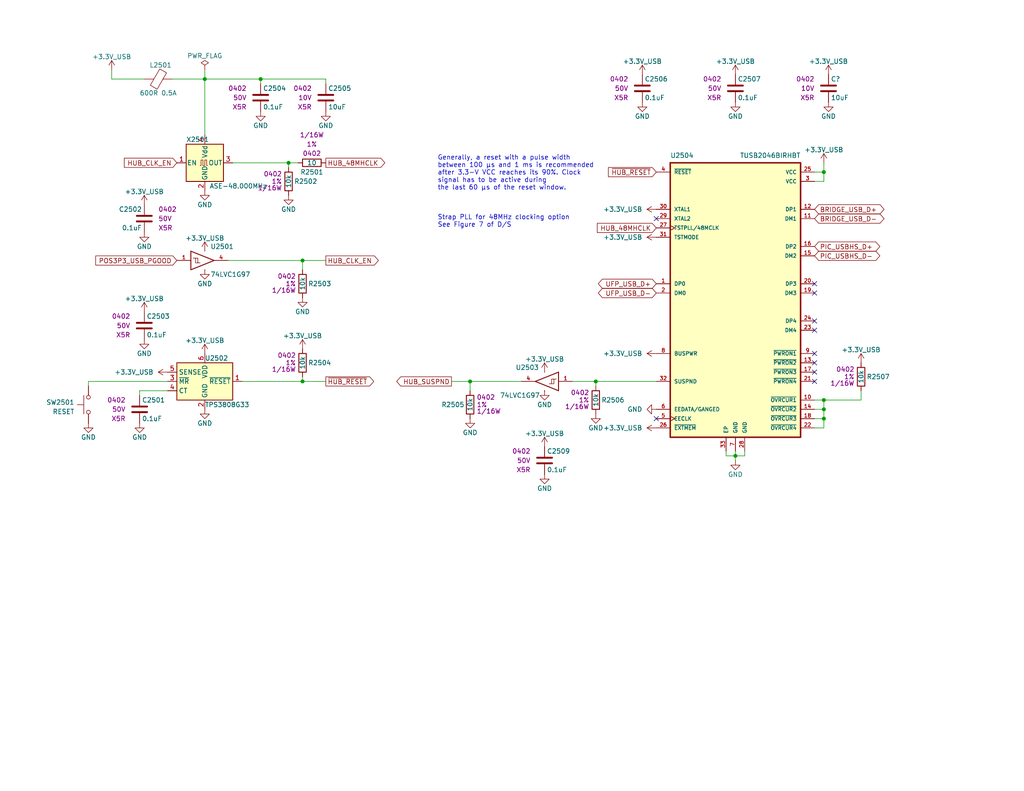
<source format=kicad_sch>
(kicad_sch (version 20231120) (generator "eeschema") (generator_version "8.0")
  (paper "A")
  (title_block (title "Thermal Camera") (date "2024-05-24") (rev "PRELIM") (company "Drew Maatman and Michael Laffin"))
  (lib_symbols
    (symbol "Custom Library:+3.3V_USB" (power) (pin_names (offset 0))
      (property "Value" "+3.3V_USB" (at 0 3.556 0))
      (symbol "+3.3V_USB_0_1"
        (polyline (pts (xy -0.762 1.27) (xy 0 2.54)))
        (polyline (pts (xy 0 0) (xy 0 2.54)))
        (polyline (pts (xy 0 2.54) (xy 0.762 1.27)))
      )
      (symbol "+3.3V_USB_1_1"
        (pin power_in line (at 0 0 90) (length 0) hide (name "+3.3V_USB") (number "1"))
      )
    )
    (symbol "Custom Library:TUSB2046BIRHBT" (pin_names (offset 1.016))
      (property "Reference" "U" (at -17.78 36.83 0))
      (property "Value" "TUSB2046BIRHBT" (at 17.78 36.83 0))
      (symbol "TUSB2046BIRHBT_0_0"
        (rectangle (start -17.78 35.56) (end 17.78 -39.37) (stroke (width 0.4064)) (fill (type background)))
        (pin bidirectional line (at -21.59 2.54 0) (length 3.81) (name "DP0") (number "1"))
        (pin input line (at 21.59 -29.21 180) (length 3.81) (name "~{OVRCUR1}") (number "10"))
        (pin bidirectional line (at 21.59 20.32 180) (length 3.81) (name "DM1") (number "11"))
        (pin bidirectional line (at 21.59 22.86 180) (length 3.81) (name "DP1") (number "12"))
        (pin output line (at 21.59 -19.05 180) (length 3.81) (name "~{PWRON2}") (number "13"))
        (pin input line (at 21.59 -31.75 180) (length 3.81) (name "~{OVRCUR2}") (number "14"))
        (pin bidirectional line (at 21.59 10.16 180) (length 3.81) (name "DM2") (number "15"))
        (pin bidirectional line (at 21.59 12.7 180) (length 3.81) (name "DP2") (number "16"))
        (pin output line (at 21.59 -21.59 180) (length 3.81) (name "~{PWRON3}") (number "17"))
        (pin input line (at 21.59 -34.29 180) (length 3.81) (name "~{OVRCUR3}") (number "18"))
        (pin bidirectional line (at 21.59 0 180) (length 3.81) (name "DM3") (number "19"))
        (pin bidirectional line (at -21.59 0 0) (length 3.81) (name "DM0") (number "2"))
        (pin bidirectional line (at 21.59 2.54 180) (length 3.81) (name "DP3") (number "20"))
        (pin output line (at 21.59 -24.13 180) (length 3.81) (name "~{PWRON4}") (number "21"))
        (pin input line (at 21.59 -36.83 180) (length 3.81) (name "~{OVRCUR4}") (number "22"))
        (pin bidirectional line (at 21.59 -10.16 180) (length 3.81) (name "DM4") (number "23"))
        (pin bidirectional line (at 21.59 -7.62 180) (length 3.81) (name "DP4") (number "24"))
        (pin power_in line (at 21.59 33.02 180) (length 3.81) (name "VCC") (number "25"))
        (pin bidirectional clock (at -21.59 17.78 0) (length 3.81) (name "TSTPLL/48MCLK") (number "27"))
        (pin power_in line (at 2.54 -43.18 90) (length 3.81) (name "GND") (number "28"))
        (pin output line (at -21.59 20.32 0) (length 3.81) (name "XTAL2") (number "29"))
        (pin input line (at -21.59 22.86 0) (length 3.81) (name "XTAL1") (number "30"))
        (pin input line (at -21.59 15.24 0) (length 3.81) (name "TSTMODE") (number "31"))
        (pin output line (at -21.59 -24.13 0) (length 3.81) (name "SUSPND") (number "32"))
        (pin bidirectional line (at -2.54 -43.18 90) (length 3.81) (name "EP") (number "33"))
        (pin input line (at -21.59 33.02 0) (length 3.81) (name "~{RESET}") (number "4"))
        (pin output clock (at -21.59 -34.29 0) (length 3.81) (name "EECLK") (number "5"))
        (pin bidirectional line (at -21.59 -31.75 0) (length 3.81) (name "EEDATA/GANGED") (number "6"))
        (pin input line (at -21.59 -16.51 0) (length 3.81) (name "BUSPWR") (number "8"))
        (pin output line (at 21.59 -16.51 180) (length 3.81) (name "~{PWRON1}") (number "9"))
      )
      (symbol "TUSB2046BIRHBT_1_0"
        (pin input line (at -21.59 -36.83 0) (length 3.81) (name "~{EXTMEM}") (number "26"))
        (pin power_in line (at 21.59 30.48 180) (length 3.81) (name "VCC") (number "3"))
        (pin power_in line (at 0 -43.18 90) (length 3.81) (name "GND") (number "7"))
      )
    )
    (symbol "Custom_Library:74LVC1G97_Power_BUF" (pin_names (offset 1.016) hide)
      (property "Reference" "U" (at 1.524 3.81 0))
      (property "Value" "74LVC1G97_Power_BUF" (at 1.524 -3.81 0))
      (symbol "74LVC1G97_Power_BUF_1_1"
        (polyline (pts (xy -2.54 0.635) (xy -1.905 0.635) (xy -1.905 -0.635)))
        (polyline (pts (xy -3.81 2.54) (xy -3.81 -2.54) (xy 2.54 0) (xy -3.81 2.54)) (stroke (width 0.254)))
        (polyline (pts (xy -3.175 0.635) (xy -2.54 0.635) (xy -2.54 -0.635) (xy -1.27 -0.635)))
        (pin input line (at -7.62 0 0) (length 3.81) (name "~") (number "1"))
        (pin power_in line (at 0 -2.54 270) (length 0) (name "GND") (number "2"))
        (pin power_in line (at 0 -2.54 270) (length 0) (name "GND") (number "3"))
        (pin output line (at 6.35 0 180) (length 3.81) (name "~") (number "4"))
        (pin power_in line (at 0 2.54 90) (length 0) (name "VCC") (number "5"))
        (pin power_in line (at 0 -2.54 270) (length 0) (name "GND") (number "6"))
      )
    )
    (symbol "Custom_Library:C_Custom" (pin_numbers hide) (pin_names (offset 0.254))
      (property "Reference" "C" (at 0.635 2.54 0))
      (property "Value" "C_Custom" (at 0.635 -2.54 0))
      (property "display_footprint" "Foot" (at -3.81 2.54 0))
      (property "Voltage" "V" (at -3.81 0 0))
      (property "Dielectric" "Er" (at -3.81 -2.54 0))
      (symbol "C_Custom_0_1"
        (polyline (pts (xy -2.032 -0.762) (xy 2.032 -0.762)) (stroke (width 0.508)))
        (polyline (pts (xy -2.032 0.762) (xy 2.032 0.762)) (stroke (width 0.508)))
      )
      (symbol "C_Custom_1_1"
        (pin passive line (at 0 3.81 270) (length 2.794) (name "~") (number "1"))
        (pin passive line (at 0 -3.81 90) (length 2.794) (name "~") (number "2"))
      )
    )
    (symbol "Custom_Library:R_Custom" (pin_numbers hide) (pin_names (offset 1.016) hide)
      (property "Reference" "R" (at -2.54 0 90))
      (property "Value" "R_Custom" (at 0 0 90))
      (property "display_footprint" "Foot" (at 2.54 0 90))
      (property "Tolerance" "Tol" (at 5.08 0 90))
      (property "Wattage" "W" (at 7.62 0 90))
      (symbol "R_Custom_0_1"
        (rectangle (start 1.016 2.54) (end -1.016 -2.54) (stroke (width 0.254)))
      )
      (symbol "R_Custom_1_1"
        (pin passive line (at 0 3.81 270) (length 1.27) (name "1") (number "1"))
        (pin passive line (at 0 -3.81 90) (length 1.27) (name "2") (number "2"))
      )
    )
    (symbol "Device:Ferrite_Bead" (pin_numbers hide) (pin_names (offset 0))
      (property "Reference" "FB" (at -3.81 0.635 90))
      (property "Value" "Device_Ferrite_Bead" (at 3.81 0 90))
      (symbol "Ferrite_Bead_0_1"
        (polyline (pts (xy 0 -1.27) (xy 0 -1.2192)))
        (polyline (pts (xy 0 1.27) (xy 0 1.2954)))
        (polyline (pts (xy -2.7686 0.4064) (xy -1.7018 2.2606) (xy 2.7686 -0.3048) (xy 1.6764 -2.159) (xy -2.7686 0.4064)))
      )
      (symbol "Ferrite_Bead_1_1"
        (pin passive line (at 0 3.81 270) (length 2.54) (name "~") (number "1"))
        (pin passive line (at 0 -3.81 90) (length 2.54) (name "~") (number "2"))
      )
    )
    (symbol "Oscillator:ASE-xxxMHz" (pin_names (offset 0.254))
      (property "Reference" "X" (at -5.08 6.35 0))
      (property "Value" "ASE-xxxMHz" (at 1.27 -6.35 0))
      (symbol "ASE-xxxMHz_0_1"
        (rectangle (start -5.08 5.08) (end 5.08 -5.08) (stroke (width 0.254)) (fill (type background)))
        (polyline (pts (xy -1.27 -0.762) (xy -1.016 -0.762) (xy -1.016 0.762) (xy -0.508 0.762) (xy -0.508 -0.762) (xy 0 -0.762) (xy 0 0.762) (xy 0.508 0.762) (xy 0.508 -0.762) (xy 0.762 -0.762)))
      )
      (symbol "ASE-xxxMHz_1_1"
        (pin input line (at -7.62 0 0) (length 2.54) (name "EN") (number "1"))
        (pin power_in line (at 0 -7.62 90) (length 2.54) (name "GND") (number "2"))
        (pin output line (at 7.62 0 180) (length 2.54) (name "OUT") (number "3"))
        (pin power_in line (at 0 7.62 270) (length 2.54) (name "Vdd") (number "4"))
      )
    )
    (symbol "Power_Supervisor:TPS3808DBV"
      (property "Reference" "U" (at 0 8.89 0))
      (property "Value" "TPS3808DBV" (at 0 6.35 0))
      (symbol "TPS3808DBV_0_1"
        (rectangle (start -7.62 5.08) (end 7.62 -5.08) (stroke (width 0.254)) (fill (type background)))
      )
      (symbol "TPS3808DBV_1_1"
        (pin output line (at 10.16 0 180) (length 2.54) (name "~{RESET}") (number "1"))
        (pin power_in line (at 0 -7.62 90) (length 2.54) (name "GND") (number "2"))
        (pin input line (at -10.16 0 0) (length 2.54) (name "~{MR}") (number "3"))
        (pin input line (at -10.16 -2.54 0) (length 2.54) (name "CT") (number "4"))
        (pin input line (at -10.16 2.54 0) (length 2.54) (name "SENSE") (number "5"))
        (pin power_in line (at 0 7.62 270) (length 2.54) (name "VDD") (number "6"))
      )
    )
    (symbol "Switch:SW_Push" (pin_numbers hide) (pin_names (offset 1.016) hide)
      (property "Reference" "SW" (at 1.27 2.54 0))
      (property "Value" "SW_Push" (at 0 -1.524 0))
      (symbol "SW_Push_0_1"
        (circle (center -2.032 0) (radius 0.508))
        (polyline (pts (xy 0 1.27) (xy 0 3.048)))
        (polyline (pts (xy 2.54 1.27) (xy -2.54 1.27)))
        (circle (center 2.032 0) (radius 0.508))
        (pin passive line (at -5.08 0 0) (length 2.54) (name "1") (number "1"))
        (pin passive line (at 5.08 0 180) (length 2.54) (name "2") (number "2"))
      )
    )
    (symbol "power:GND" (power) (pin_names (offset 0))
      (property "Value" "GND" (at 0 -3.81 0))
      (symbol "GND_0_1"
        (polyline (pts (xy 0 0) (xy 0 -1.27) (xy 1.27 -1.27) (xy 0 -2.54) (xy -1.27 -1.27) (xy 0 -1.27)))
      )
      (symbol "GND_1_1"
        (pin power_in line (at 0 0 270) (length 0) hide (name "GND") (number "1"))
      )
    )
    (symbol "power:PWR_FLAG" (power) (pin_numbers hide) (pin_names (offset 0) hide)
      (property "Value" "PWR_FLAG" (at 0 3.81 0))
      (symbol "PWR_FLAG_0_0"
        (pin power_out line (at 0 0 90) (length 0) (name "pwr") (number "1"))
      )
      (symbol "PWR_FLAG_0_1"
        (polyline (pts (xy 0 0) (xy 0 1.27) (xy -1.016 1.905) (xy 0 2.54) (xy 1.016 1.905) (xy 0 1.27)))
      )
    )
  )
  (junction (at 224.79 109.22))
  (junction (at 224.79 114.3))
  (junction (at 224.79 46.99))
  (junction (at 78.74 44.45))
  (junction (at 224.79 111.76))
  (junction (at 71.12 21.59))
  (junction (at 200.66 124.46))
  (junction (at 82.55 104.14))
  (junction (at 128.27 104.14))
  (junction (at 82.55 71.12))
  (junction (at 55.88 21.59))
  (junction (at 162.56 104.14))
  (no_connect (at 179.07 59.69))
  (no_connect (at 222.25 101.6))
  (no_connect (at 222.25 90.17))
  (no_connect (at 222.25 99.06))
  (no_connect (at 222.25 87.63))
  (no_connect (at 222.25 80.01))
  (no_connect (at 179.07 114.3))
  (no_connect (at 222.25 77.47))
  (no_connect (at 222.25 96.52))
  (no_connect (at 222.25 104.14))
  (wire (pts (xy 46.99 21.59) (xy 55.88 21.59)))
  (wire (pts (xy 234.95 106.68) (xy 234.95 109.22)))
  (wire (pts (xy 224.79 114.3) (xy 222.25 114.3)))
  (wire (pts (xy 38.1 106.68) (xy 38.1 107.95)))
  (wire (pts (xy 224.79 109.22) (xy 222.25 109.22)))
  (wire (pts (xy 224.79 116.84) (xy 222.25 116.84)))
  (wire (pts (xy 24.13 104.14) (xy 24.13 105.41)))
  (wire (pts (xy 156.21 104.14) (xy 162.56 104.14)))
  (wire (pts (xy 45.72 106.68) (xy 38.1 106.68)))
  (wire (pts (xy 88.9 21.59) (xy 88.9 22.86)))
  (wire (pts (xy 200.66 124.46) (xy 200.66 125.73)))
  (wire (pts (xy 55.88 21.59) (xy 55.88 36.83)))
  (wire (pts (xy 224.79 46.99) (xy 224.79 49.53)))
  (wire (pts (xy 224.79 44.45) (xy 224.79 46.99)))
  (wire (pts (xy 162.56 104.14) (xy 162.56 105.41)))
  (wire (pts (xy 222.25 46.99) (xy 224.79 46.99)))
  (wire (pts (xy 82.55 73.66) (xy 82.55 71.12)))
  (wire (pts (xy 128.27 106.68) (xy 128.27 104.14)))
  (wire (pts (xy 78.74 44.45) (xy 63.5 44.45)))
  (wire (pts (xy 200.66 124.46) (xy 203.2 124.46)))
  (wire (pts (xy 88.9 71.12) (xy 82.55 71.12)))
  (wire (pts (xy 82.55 104.14) (xy 82.55 102.87)))
  (wire (pts (xy 55.88 19.05) (xy 55.88 21.59)))
  (wire (pts (xy 198.12 124.46) (xy 200.66 124.46)))
  (wire (pts (xy 224.79 114.3) (xy 224.79 116.84)))
  (wire (pts (xy 128.27 104.14) (xy 142.24 104.14)))
  (wire (pts (xy 200.66 123.19) (xy 200.66 124.46)))
  (wire (pts (xy 71.12 21.59) (xy 88.9 21.59)))
  (wire (pts (xy 45.72 104.14) (xy 24.13 104.14)))
  (wire (pts (xy 30.48 21.59) (xy 39.37 21.59)))
  (wire (pts (xy 71.12 21.59) (xy 55.88 21.59)))
  (wire (pts (xy 66.04 104.14) (xy 82.55 104.14)))
  (wire (pts (xy 81.28 44.45) (xy 78.74 44.45)))
  (wire (pts (xy 30.48 19.05) (xy 30.48 21.59)))
  (wire (pts (xy 62.23 71.12) (xy 82.55 71.12)))
  (wire (pts (xy 82.55 104.14) (xy 88.9 104.14)))
  (wire (pts (xy 198.12 123.19) (xy 198.12 124.46)))
  (wire (pts (xy 224.79 109.22) (xy 224.79 111.76)))
  (wire (pts (xy 123.19 104.14) (xy 128.27 104.14)))
  (wire (pts (xy 71.12 22.86) (xy 71.12 21.59)))
  (wire (pts (xy 222.25 49.53) (xy 224.79 49.53)))
  (wire (pts (xy 179.07 104.14) (xy 162.56 104.14)))
  (wire (pts (xy 224.79 111.76) (xy 222.25 111.76)))
  (wire (pts (xy 234.95 109.22) (xy 224.79 109.22)))
  (wire (pts (xy 78.74 44.45) (xy 78.74 45.72)))
  (wire (pts (xy 203.2 123.19) (xy 203.2 124.46)))
  (wire (pts (xy 224.79 111.76) (xy 224.79 114.3)))
  (text "Generally, a reset with a pulse width\nbetween 100 μs and 1 ms is recommended\nafter 3.3-V VCC reaches its 90%. Clock\nsignal has to be active during\nthe last 60 μs of the reset window.\n" (at 119.38 52.07 0) (effects (font (size 1.27 1.27)) (justify left bottom)))
  (text "Strap PLL for 48MHz clocking option\nSee Figure 7 of D/S" (at 119.38 62.23 0) (effects (font (size 1.27 1.27)) (justify left bottom)))
  (global_label "HUB_SUSPND" (shape output) (at 123.19 104.14 180) (property "Intersheetrefs" "${INTERSHEET_REFS}" (effects (hide yes))))
  (global_label "POS3P3_USB_PGOOD" (shape input) (at 48.26 71.12 180) (property "Intersheetrefs" "${INTERSHEET_REFS}" (effects (hide yes))))
  (global_label "HUB_48MHCLK" (shape input) (at 179.07 62.23 180) (property "Intersheetrefs" "${INTERSHEET_REFS}" (effects (hide yes))))
  (global_label "~{HUB_RESET}" (shape input) (at 179.07 46.99 180) (property "Intersheetrefs" "${INTERSHEET_REFS}" (effects (hide yes))))
  (global_label "UFP_USB_D+" (shape bidirectional) (at 179.07 77.47 180) (property "Intersheetrefs" "${INTERSHEET_REFS}" (effects (hide yes))))
  (global_label "HUB_CLK_EN" (shape input) (at 48.26 44.45 180) (property "Intersheetrefs" "${INTERSHEET_REFS}" (effects (hide yes))))
  (global_label "HUB_CLK_EN" (shape output) (at 88.9 71.12 0) (property "Intersheetrefs" "${INTERSHEET_REFS}" (effects (hide yes))))
  (global_label "BRIDGE_USB_D+" (shape bidirectional) (at 222.25 57.15 0) (property "Intersheetrefs" "${INTERSHEET_REFS}" (effects (hide yes))))
  (global_label "BRIDGE_USB_D-" (shape bidirectional) (at 222.25 59.69 0) (property "Intersheetrefs" "${INTERSHEET_REFS}" (effects (hide yes))))
  (global_label "UFP_USB_D-" (shape bidirectional) (at 179.07 80.01 180) (property "Intersheetrefs" "${INTERSHEET_REFS}" (effects (hide yes))))
  (global_label "~{HUB_RESET}" (shape output) (at 88.9 104.14 0) (property "Intersheetrefs" "${INTERSHEET_REFS}" (effects (hide yes))))
  (global_label "HUB_48MHCLK" (shape output) (at 88.9 44.45 0) (property "Intersheetrefs" "${INTERSHEET_REFS}" (effects (hide yes))))
  (global_label "PIC_USBHS_D-" (shape bidirectional) (at 222.25 69.85 0) (property "Intersheetrefs" "${INTERSHEET_REFS}" (effects (hide yes))))
  (global_label "PIC_USBHS_D+" (shape bidirectional) (at 222.25 67.31 0) (property "Intersheetrefs" "${INTERSHEET_REFS}" (effects (hide yes))))
  (symbol (lib_id "Custom Library:+3.3V_USB") (at 45.72 101.6 90) (unit 1)
    (property "Reference" "#PWR02508" (effects (hide yes)))
    (property "Value" "+3.3V_USB" (at 41.91 101.6 90) (effects (justify left)))
  )
  (symbol (lib_id "Custom Library:+3.3V_USB") (at 175.26 20.32 0) (unit 1)
    (property "Reference" "#PWR02523" (effects (hide yes)))
    (property "Value" "+3.3V_USB" (at 175.26 16.764 0))
  )
  (symbol (lib_id "power:PWR_FLAG") (at 55.88 19.05 0) (unit 1)
    (property "Reference" "#FLG02501" (effects (hide yes)))
    (property "Value" "PWR_FLAG" (at 55.88 15.24 0))
    (instances (project "Thermal_Camera" (path "" (reference "#FLG02501") (unit 1))) (project "LED_Panel_Controller" (path "" (reference "#FLG?") (unit 1))) (project "USB_Hub" (path "" (reference "#FLG?") (unit 1))))
  )
  (symbol (lib_id "Custom_Library:C_Custom") (at 38.1 111.76 0) (unit 1)
    (property "Reference" "C2501" (at 38.735 109.22 0) (effects (justify left)))
    (property "Value" "0.1uF" (at 38.735 114.3 0) (effects (justify left)))
    (property "Footprint" "Capacitors_SMD:C_0402" (effects (hide yes)))
    (property "display_footprint" "0402" (at 34.29 109.22 0) (effects (justify right)))
    (property "Voltage" "50V" (at 34.29 111.76 0) (effects (justify right)))
    (property "Dielectric" "X5R" (at 34.29 114.3 0) (effects (justify right)))
    (property "Digi-Key PN" "490-10697-1-ND" (effects (hide yes)))
    (instances (project "Thermal_Camera" (path "" (reference "C2501") (unit 1))) (project "USB_Hub" (path "" (reference "C?") (unit 1)) (path "" (reference "C?") (unit 1)) (path "" (reference "C?") (unit 1))))
  )
  (symbol (lib_id "power:GND") (at 148.59 106.68 0) (mirror y) (unit 1)
    (property "Reference" "#PWR02521" (effects (hide yes)))
    (property "Value" "GND" (at 148.59 110.49 0))
    (instances (project "Thermal_Camera" (path "" (reference "#PWR02521") (unit 1))) (project "LED_Panel_Controller" (path "" (reference "#PWR?") (unit 1)) (path "" (reference "#PWR?") (unit 1))) (project "USB_Hub" (path "" (reference "#PWR?") (unit 1))))
  )
  (symbol (lib_id "power:GND") (at 128.27 114.3 0) (mirror y) (unit 1)
    (property "Reference" "#PWR02519" (effects (hide yes)))
    (property "Value" "GND" (at 128.27 118.11 0))
    (instances (project "Thermal_Camera" (path "" (reference "#PWR02519") (unit 1))) (project "LED_Panel_Controller" (path "" (reference "#PWR?") (unit 1)) (path "" (reference "#PWR?") (unit 1))) (project "USB_Hub" (path "" (reference "#PWR?") (unit 1))))
  )
  (symbol (lib_id "Custom_Library:C_Custom") (at 39.37 88.9 0) (unit 1)
    (property "Reference" "C2503" (at 40.005 86.36 0) (effects (justify left)))
    (property "Value" "0.1uF" (at 40.005 91.44 0) (effects (justify left)))
    (property "Footprint" "Capacitors_SMD:C_0402" (effects (hide yes)))
    (property "display_footprint" "0402" (at 35.56 86.36 0) (effects (justify right)))
    (property "Voltage" "50V" (at 35.56 88.9 0) (effects (justify right)))
    (property "Dielectric" "X5R" (at 35.56 91.44 0) (effects (justify right)))
    (property "Digi-Key PN" "490-10697-1-ND" (effects (hide yes)))
    (instances (project "Thermal_Camera" (path "" (reference "C2503") (unit 1))) (project "USB_Hub" (path "" (reference "C?") (unit 1)) (path "" (reference "C?") (unit 1)) (path "" (reference "C?") (unit 1))))
  )
  (symbol (lib_id "Custom Library:+3.3V_USB") (at 148.59 101.6 0) (mirror y) (unit 1)
    (property "Reference" "#PWR02520" (effects (hide yes)))
    (property "Value" "+3.3V_USB" (at 148.59 98.044 0))
  )
  (symbol (lib_id "power:GND") (at 55.88 73.66 0) (unit 1)
    (property "Reference" "#PWR02511" (effects (hide yes)))
    (property "Value" "GND" (at 55.88 77.47 0))
    (instances (project "Thermal_Camera" (path "" (reference "#PWR02511") (unit 1))) (project "LED_Panel_Controller" (path "" (reference "#PWR?") (unit 1)) (path "" (reference "#PWR?") (unit 1))) (project "USB_Hub" (path "" (reference "#PWR?") (unit 1))))
  )
  (symbol (lib_id "power:GND") (at 175.26 27.94 0) (unit 1)
    (property "Reference" "#PWR02524" (effects (hide yes)))
    (property "Value" "GND" (at 175.26 31.75 0))
    (instances (project "Thermal_Camera" (path "" (reference "#PWR02524") (unit 1))) (project "USB_Hub" (path "" (reference "#PWR?") (unit 1)) (path "" (reference "#PWR?") (unit 1)) (path "" (reference "#PWR?") (unit 1))))
  )
  (symbol (lib_id "Custom Library:+3.3V_USB") (at 148.59 121.92 0) (unit 1)
    (property "Reference" "#PWR02537" (effects (hide yes)))
    (property "Value" "+3.3V_USB" (at 148.59 118.364 0))
  )
  (symbol (lib_id "Custom_Library:C_Custom") (at 175.26 24.13 0) (unit 1)
    (property "Reference" "C2506" (at 175.895 21.59 0) (effects (justify left)))
    (property "Value" "0.1uF" (at 175.895 26.67 0) (effects (justify left)))
    (property "Footprint" "Capacitors_SMD:C_0402" (effects (hide yes)))
    (property "display_footprint" "0402" (at 171.45 21.59 0) (effects (justify right)))
    (property "Voltage" "50V" (at 171.45 24.13 0) (effects (justify right)))
    (property "Dielectric" "X5R" (at 171.45 26.67 0) (effects (justify right)))
    (property "Digi-Key PN" "490-10697-1-ND" (effects (hide yes)))
    (instances (project "Thermal_Camera" (path "" (reference "C2506") (unit 1))) (project "USB_Hub" (path "" (reference "C?") (unit 1)) (path "" (reference "C?") (unit 1)) (path "" (reference "C?") (unit 1))))
  )
  (symbol (lib_id "Switch:SW_Push") (at 24.13 110.49 90) (unit 1)
    (property "Reference" "SW2501" (at 20.32 109.855 90) (effects (justify left)))
    (property "Value" "RESET" (at 20.32 112.395 90) (effects (justify left)))
    (property "Footprint" "Button_Switch_THT:SW_PUSH_6mm" (effects (hide yes)))
    (instances (project "Thermal_Camera" (path "" (reference "SW2501") (unit 1))) (project "USB_Hub" (path "" (reference "SW?") (unit 1))))
  )
  (symbol (lib_id "Custom Library:+3.3V_USB") (at 39.37 55.88 0) (unit 1)
    (property "Reference" "#PWR02504" (effects (hide yes)))
    (property "Value" "+3.3V_USB" (at 39.37 52.324 0))
  )
  (symbol (lib_id "Custom_Library:R_Custom") (at 82.55 99.06 0) (mirror y) (unit 1)
    (property "Reference" "R2504" (at 84.074 99.06 0) (effects (justify right)))
    (property "Value" "10k" (at 82.55 99.06 90))
    (property "Footprint" "Resistors_SMD:R_0402" (effects (hide yes)))
    (property "display_footprint" "0402" (at 80.772 97.028 0) (effects (justify left)))
    (property "Tolerance" "1%" (at 80.772 99.06 0) (effects (justify left)))
    (property "Wattage" "1/16W" (at 80.772 100.838 0) (effects (justify left)))
    (property "Digi-Key PN" "RMCF0402FT10K0CT-ND" (effects (hide yes)))
    (instances (project "Thermal_Camera" (path "" (reference "R2504") (unit 1))) (project "LED_Panel_Controller" (path "" (reference "R?") (unit 1)) (path "" (reference "R?") (unit 1)) (path "" (reference "R?") (unit 1)) (path "" (reference "R?") (unit 1)) (path "" (reference "R?") (unit 1)) (path "" (reference "R?") (unit 1)) (path "" (reference "R?") (unit 1)) (path "" (reference "R?") (unit 1)) (path "" (reference "R?") (unit 1)) (path "" (reference "R?") (unit 1)) (path "" (reference "R?") (unit 1))) (project "USB_Hub" (path "" (reference "R?") (unit 1))))
  )
  (symbol (lib_id "Custom Library:+3.3V_USB") (at 200.66 20.32 0) (unit 1)
    (property "Reference" "#PWR02530" (effects (hide yes)))
    (property "Value" "+3.3V_USB" (at 200.66 16.764 0))
  )
  (symbol (lib_id "power:GND") (at 179.07 111.76 270) (unit 1)
    (property "Reference" "#PWR02528" (effects (hide yes)))
    (property "Value" "GND" (at 175.26 111.76 90) (effects (justify right)))
    (instances (project "Thermal_Camera" (path "" (reference "#PWR02528") (unit 1))) (project "USB_Hub" (path "" (reference "#PWR?") (unit 1))))
  )
  (symbol (lib_id "Custom Library:+3.3V_USB") (at 224.79 44.45 0) (unit 1)
    (property "Reference" "#PWR02533" (effects (hide yes)))
    (property "Value" "+3.3V_USB" (at 224.79 40.894 0))
  )
  (symbol (lib_id "Custom Library:+3.3V_USB") (at 179.07 64.77 90) (unit 1)
    (property "Reference" "#PWR02526" (effects (hide yes)))
    (property "Value" "+3.3V_USB" (at 175.26 64.77 90) (effects (justify left)))
  )
  (symbol (lib_id "Custom_Library:C_Custom") (at 148.59 125.73 0) (unit 1)
    (property "Reference" "C2509" (at 149.225 123.19 0) (effects (justify left)))
    (property "Value" "0.1uF" (at 149.225 128.27 0) (effects (justify left)))
    (property "Footprint" "Capacitors_SMD:C_0402" (effects (hide yes)))
    (property "display_footprint" "0402" (at 144.78 123.19 0) (effects (justify right)))
    (property "Voltage" "50V" (at 144.78 125.73 0) (effects (justify right)))
    (property "Dielectric" "X5R" (at 144.78 128.27 0) (effects (justify right)))
    (property "Digi-Key PN" "490-10697-1-ND" (effects (hide yes)))
  )
  (symbol (lib_id "Custom_Library:R_Custom") (at 162.56 109.22 0) (mirror y) (unit 1)
    (property "Reference" "R2506" (at 164.084 109.22 0) (effects (justify right)))
    (property "Value" "10k" (at 162.56 109.22 90))
    (property "Footprint" "Resistors_SMD:R_0402" (effects (hide yes)))
    (property "display_footprint" "0402" (at 160.782 107.188 0) (effects (justify left)))
    (property "Tolerance" "1%" (at 160.782 109.22 0) (effects (justify left)))
    (property "Wattage" "1/16W" (at 160.782 110.998 0) (effects (justify left)))
    (property "Digi-Key PN" "RMCF0402FT10K0CT-ND" (effects (hide yes)))
    (instances (project "Thermal_Camera" (path "" (reference "R2506") (unit 1))) (project "LED_Panel_Controller" (path "" (reference "R?") (unit 1)) (path "" (reference "R?") (unit 1)) (path "" (reference "R?") (unit 1)) (path "" (reference "R?") (unit 1)) (path "" (reference "R?") (unit 1)) (path "" (reference "R?") (unit 1)) (path "" (reference "R?") (unit 1)) (path "" (reference "R?") (unit 1)) (path "" (reference "R?") (unit 1)) (path "" (reference "R?") (unit 1)) (path "" (reference "R?") (unit 1))) (project "USB_Hub" (path "" (reference "R?") (unit 1))))
  )
  (symbol (lib_id "power:GND") (at 39.37 63.5 0) (unit 1)
    (property "Reference" "#PWR02505" (effects (hide yes)))
    (property "Value" "GND" (at 39.37 67.31 0))
    (instances (project "Thermal_Camera" (path "" (reference "#PWR02505") (unit 1))) (project "LED_Panel_Controller" (path "" (reference "#PWR?") (unit 1)) (path "" (reference "#PWR?") (unit 1))) (project "USB_Hub" (path "" (reference "#PWR?") (unit 1))))
  )
  (symbol (lib_id "Custom Library:+3.3V_USB") (at 234.95 99.06 0) (unit 1)
    (property "Reference" "#PWR02536" (effects (hide yes)))
    (property "Value" "+3.3V_USB" (at 234.95 95.504 0))
  )
  (symbol (lib_id "power:GND") (at 148.59 129.54 0) (unit 1)
    (property "Reference" "#PWR02538" (effects (hide yes)))
    (property "Value" "GND" (at 148.59 133.35 0))
  )
  (symbol (lib_id "power:GND") (at 55.88 111.76 0) (unit 1)
    (property "Reference" "#PWR02513" (effects (hide yes)))
    (property "Value" "GND" (at 55.88 115.57 0))
    (instances (project "Thermal_Camera" (path "" (reference "#PWR02513") (unit 1))) (project "LED_Panel_Controller" (path "" (reference "#PWR?") (unit 1)) (path "" (reference "#PWR?") (unit 1))) (project "USB_Hub" (path "" (reference "#PWR?") (unit 1))))
  )
  (symbol (lib_id "Custom_Library:C_Custom") (at 200.66 24.13 0) (unit 1)
    (property "Reference" "C2507" (at 201.295 21.59 0) (effects (justify left)))
    (property "Value" "0.1uF" (at 201.295 26.67 0) (effects (justify left)))
    (property "Footprint" "Capacitors_SMD:C_0402" (effects (hide yes)))
    (property "display_footprint" "0402" (at 196.85 21.59 0) (effects (justify right)))
    (property "Voltage" "50V" (at 196.85 24.13 0) (effects (justify right)))
    (property "Dielectric" "X5R" (at 196.85 26.67 0) (effects (justify right)))
    (property "Digi-Key PN" "490-10697-1-ND" (effects (hide yes)))
    (instances (project "Thermal_Camera" (path "" (reference "C2507") (unit 1))) (project "USB_Hub" (path "" (reference "C?") (unit 1)) (path "" (reference "C?") (unit 1)) (path "" (reference "C?") (unit 1))))
  )
  (symbol (lib_id "Device:Ferrite_Bead") (at 43.18 21.59 270) (unit 1)
    (property "Reference" "L2501" (at 43.815 17.78 90))
    (property "Value" "600R 0.5A" (at 43.18 25.4 90))
    (property "Footprint" "Inductors_SMD:L_0402" (effects (hide yes)))
    (instances (project "Thermal_Camera" (path "" (reference "L2501") (unit 1))) (project "LED_Panel_Controller" (path "" (reference "L?") (unit 1)) (path "" (reference "L?") (unit 1)) (path "" (reference "L?") (unit 1)) (path "" (reference "L?") (unit 1)) (path "" (reference "L?") (unit 1))) (project "USB_Hub" (path "" (reference "L?") (unit 1))))
  )
  (symbol (lib_id "power:GND") (at 200.66 27.94 0) (unit 1)
    (property "Reference" "#PWR02531" (effects (hide yes)))
    (property "Value" "GND" (at 200.66 31.75 0))
    (instances (project "Thermal_Camera" (path "" (reference "#PWR02531") (unit 1))) (project "USB_Hub" (path "" (reference "#PWR?") (unit 1)) (path "" (reference "#PWR?") (unit 1)) (path "" (reference "#PWR?") (unit 1))))
  )
  (symbol (lib_id "Custom Library:TUSB2046BIRHBT") (at 200.66 80.01 0) (unit 1)
    (property "Reference" "U2504" (at 182.88 43.18 0) (effects (justify left bottom)))
    (property "Value" "TUSB2046BIRHBT" (at 218.44 43.18 0) (effects (justify right bottom)))
    (property "Footprint" "Package_DFN_QFN:VQFN-32-1EP_5x5mm_P0.5mm_EP3.5x3.5mm" (effects (hide yes)))
    (property "Datasheet" "https://www.ti.com/lit/ds/symlink/tusb2046b.pdf?HQS=dis-dk-null-digikeymode-dsf-pf-null-wwe&ts=1691607490658&ref_url=https%253A%252F%252Fwww.ti.com%252Fgeneral%252Fdocs%252Fsuppproductinfo.tsp%253FdistId%253D10%2526gotoUrl%253Dhttps%253A%252F%252Fwww.ti.com%252Flit%252Fgpn%252Ftusb2046b" (effects (hide yes)))
    (property "Digi-Key PN" "296-27130-1-ND" (effects (hide yes)))
    (instances (project "Thermal_Camera" (path "" (reference "U2504") (unit 1))) (project "USB_Hub" (path "" (reference "U?") (unit 1))))
  )
  (symbol (lib_id "Custom_Library:R_Custom") (at 128.27 110.49 0) (unit 1)
    (property "Reference" "R2505" (at 126.746 110.49 0) (effects (justify right)))
    (property "Value" "10k" (at 128.27 110.49 90))
    (property "Footprint" "Resistors_SMD:R_0402" (effects (hide yes)))
    (property "display_footprint" "0402" (at 130.048 108.458 0) (effects (justify left)))
    (property "Tolerance" "1%" (at 130.048 110.49 0) (effects (justify left)))
    (property "Wattage" "1/16W" (at 130.048 112.268 0) (effects (justify left)))
    (property "Digi-Key PN" "RMCF0402FT10K0CT-ND" (effects (hide yes)))
    (instances (project "Thermal_Camera" (path "" (reference "R2505") (unit 1))) (project "LED_Panel_Controller" (path "" (reference "R?") (unit 1)) (path "" (reference "R?") (unit 1)) (path "" (reference "R?") (unit 1)) (path "" (reference "R?") (unit 1)) (path "" (reference "R?") (unit 1)) (path "" (reference "R?") (unit 1)) (path "" (reference "R?") (unit 1)) (path "" (reference "R?") (unit 1)) (path "" (reference "R?") (unit 1)) (path "" (reference "R?") (unit 1)) (path "" (reference "R?") (unit 1))) (project "USB_Hub" (path "" (reference "R?") (unit 1))))
  )
  (symbol (lib_id "Custom Library:+3.3V_USB") (at 226.06 20.32 0) (unit 1)
    (property "Reference" "#PWR02534" (effects (hide yes)))
    (property "Value" "+3.3V_USB" (at 226.06 16.764 0))
  )
  (symbol (lib_id "Custom_Library:R_Custom") (at 85.09 44.45 90) (unit 1)
    (property "Reference" "R2501" (at 85.09 46.99 90))
    (property "Value" "10" (at 85.09 44.45 90))
    (property "Footprint" "Resistors_SMD:R_0402" (effects (hide yes)))
    (property "display_footprint" "0402" (at 85.09 41.91 90))
    (property "Tolerance" "1%" (at 85.09 39.37 90))
    (property "Wattage" "1/16W" (at 85.09 36.83 90))
    (property "Digi-Key PN" "RMCF0402FT10R0CT-ND" (effects (hide yes)))
    (instances (project "Thermal_Camera" (path "" (reference "R2501") (unit 1))) (project "LED_Panel_Controller" (path "" (reference "R?") (unit 1)) (path "" (reference "R?") (unit 1))) (project "USB_Hub" (path "" (reference "R?") (unit 1))))
  )
  (symbol (lib_id "power:GND") (at 88.9 30.48 0) (unit 1)
    (property "Reference" "#PWR02518" (effects (hide yes)))
    (property "Value" "GND" (at 88.9 34.29 0))
    (instances (project "Thermal_Camera" (path "" (reference "#PWR02518") (unit 1))) (project "LED_Panel_Controller" (path "" (reference "#PWR?") (unit 1))) (project "USB_Hub" (path "" (reference "#PWR?") (unit 1))))
  )
  (symbol (lib_id "power:GND") (at 38.1 115.57 0) (unit 1)
    (property "Reference" "#PWR02503" (effects (hide yes)))
    (property "Value" "GND" (at 38.1 119.38 0))
    (instances (project "Thermal_Camera" (path "" (reference "#PWR02503") (unit 1))) (project "LED_Panel_Controller" (path "" (reference "#PWR?") (unit 1)) (path "" (reference "#PWR?") (unit 1))) (project "USB_Hub" (path "" (reference "#PWR?") (unit 1))))
  )
  (symbol (lib_id "Custom_Library:C_Custom") (at 226.06 24.13 0) (unit 1)
    (property "Reference" "C?" (at 226.695 21.59 0) (effects (justify left)))
    (property "Value" "10uF" (at 226.695 26.67 0) (effects (justify left)))
    (property "Footprint" "Capacitors_SMD:C_0402" (effects (hide yes)))
    (property "display_footprint" "0402" (at 222.25 21.59 0) (effects (justify right)))
    (property "Voltage" "10V" (at 222.25 24.13 0) (effects (justify right)))
    (property "Dielectric" "X5R" (at 222.25 26.67 0) (effects (justify right)))
    (property "Digi-Key PN" "490-GRM155R61A106ME11DCT-ND" (effects (hide yes)))
    (instances (project "Analog_Clock" (path "" (reference "C?") (unit 1)) (path "" (reference "C?") (unit 1)) (path "" (reference "C?") (unit 1)) (path "" (reference "C?") (unit 1)) (path "" (reference "C?") (unit 1)) (path "" (reference "C?") (unit 1)) (path "" (reference "C?") (unit 1)) (path "" (reference "C?") (unit 1)) (path "" (reference "C?") (unit 1)) (path "" (reference "C?") (unit 1)) (path "" (reference "C?") (unit 1))) (project "Nixie_Clock_Core" (path "" (reference "C?") (unit 1))) (project "Thermal_Camera" (path "" (reference "C2508") (unit 1))) (project "USB_Hub" (path "" (reference "C?") (unit 1))))
  )
  (symbol (lib_id "power:GND") (at 226.06 27.94 0) (unit 1)
    (property "Reference" "#PWR02535" (effects (hide yes)))
    (property "Value" "GND" (at 226.06 31.75 0))
    (instances (project "Thermal_Camera" (path "" (reference "#PWR02535") (unit 1))) (project "USB_Hub" (path "" (reference "#PWR?") (unit 1)) (path "" (reference "#PWR?") (unit 1)) (path "" (reference "#PWR?") (unit 1))))
  )
  (symbol (lib_id "power:GND") (at 200.66 125.73 0) (unit 1)
    (property "Reference" "#PWR02532" (effects (hide yes)))
    (property "Value" "GND" (at 200.66 129.54 0))
    (instances (project "Thermal_Camera" (path "" (reference "#PWR02532") (unit 1))) (project "USB_Hub" (path "" (reference "#PWR?") (unit 1))))
  )
  (symbol (lib_id "Custom Library:+3.3V_USB") (at 55.88 68.58 0) (unit 1)
    (property "Reference" "#PWR02510" (effects (hide yes)))
    (property "Value" "+3.3V_USB" (at 55.88 65.024 0))
  )
  (symbol (lib_id "Custom Library:+3.3V_USB") (at 179.07 116.84 90) (unit 1)
    (property "Reference" "#PWR02529" (effects (hide yes)))
    (property "Value" "+3.3V_USB" (at 175.26 116.84 90) (effects (justify left)))
  )
  (symbol (lib_id "Custom_Library:R_Custom") (at 78.74 49.53 0) (mirror y) (unit 1)
    (property "Reference" "R2502" (at 80.264 49.53 0) (effects (justify right)))
    (property "Value" "10k" (at 78.74 49.53 90))
    (property "Footprint" "Resistors_SMD:R_0402" (effects (hide yes)))
    (property "display_footprint" "0402" (at 76.962 47.498 0) (effects (justify left)))
    (property "Tolerance" "1%" (at 76.962 49.53 0) (effects (justify left)))
    (property "Wattage" "1/16W" (at 76.962 51.308 0) (effects (justify left)))
    (property "Digi-Key PN" "RMCF0402FT10K0CT-ND" (effects (hide yes)))
    (instances (project "Thermal_Camera" (path "" (reference "R2502") (unit 1))) (project "LED_Panel_Controller" (path "" (reference "R?") (unit 1)) (path "" (reference "R?") (unit 1)) (path "" (reference "R?") (unit 1)) (path "" (reference "R?") (unit 1)) (path "" (reference "R?") (unit 1)) (path "" (reference "R?") (unit 1)) (path "" (reference "R?") (unit 1)) (path "" (reference "R?") (unit 1)) (path "" (reference "R?") (unit 1)) (path "" (reference "R?") (unit 1)) (path "" (reference "R?") (unit 1))) (project "USB_Hub" (path "" (reference "R?") (unit 1))))
  )
  (symbol (lib_id "Custom_Library:C_Custom") (at 39.37 59.69 0) (mirror y) (unit 1)
    (property "Reference" "C2502" (at 38.735 57.15 0) (effects (justify left)))
    (property "Value" "0.1uF" (at 38.735 62.23 0) (effects (justify left)))
    (property "Footprint" "Capacitors_SMD:C_0402" (effects (hide yes)))
    (property "Digi-Key PN" "490-10697-1-ND" (effects (hide yes)))
    (property "display_footprint" "0402" (at 43.18 57.15 0) (effects (justify right)))
    (property "Voltage" "50V" (at 43.18 59.69 0) (effects (justify right)))
    (property "Dielectric" "X5R" (at 43.18 62.23 0) (effects (justify right)))
    (instances (project "Thermal_Camera" (path "" (reference "C2502") (unit 1))) (project "LED_Panel_Controller" (path "" (reference "C?") (unit 1)) (path "" (reference "C?") (unit 1)) (path "" (reference "C?") (unit 1)) (path "" (reference "C?") (unit 1)) (path "" (reference "C?") (unit 1)) (path "" (reference "C?") (unit 1)) (path "" (reference "C?") (unit 1)) (path "" (reference "C?") (unit 1)) (path "" (reference "C?") (unit 1))) (project "USB_Hub" (path "" (reference "C?") (unit 1))))
  )
  (symbol (lib_id "power:GND") (at 82.55 81.28 0) (unit 1)
    (property "Reference" "#PWR02516" (effects (hide yes)))
    (property "Value" "GND" (at 82.55 85.09 0))
    (instances (project "Thermal_Camera" (path "" (reference "#PWR02516") (unit 1))) (project "LED_Panel_Controller" (path "" (reference "#PWR?") (unit 1)) (path "" (reference "#PWR?") (unit 1))) (project "USB_Hub" (path "" (reference "#PWR?") (unit 1))))
  )
  (symbol (lib_id "power:GND") (at 71.12 30.48 0) (unit 1)
    (property "Reference" "#PWR02514" (effects (hide yes)))
    (property "Value" "GND" (at 71.12 34.29 0))
    (instances (project "Thermal_Camera" (path "" (reference "#PWR02514") (unit 1))) (project "LED_Panel_Controller" (path "" (reference "#PWR?") (unit 1))) (project "USB_Hub" (path "" (reference "#PWR?") (unit 1))))
  )
  (symbol (lib_id "Custom Library:+3.3V_USB") (at 30.48 19.05 0) (unit 1)
    (property "Reference" "#PWR02502" (effects (hide yes)))
    (property "Value" "+3.3V_USB" (at 30.48 15.494 0))
  )
  (symbol (lib_id "Custom Library:+3.3V_USB") (at 55.88 96.52 0) (unit 1)
    (property "Reference" "#PWR02512" (effects (hide yes)))
    (property "Value" "+3.3V_USB" (at 55.88 92.964 0))
  )
  (symbol (lib_id "Custom Library:+3.3V_USB") (at 82.55 95.25 0) (unit 1)
    (property "Reference" "#PWR02517" (effects (hide yes)))
    (property "Value" "+3.3V_USB" (at 82.55 91.694 0))
  )
  (symbol (lib_id "Oscillator:ASE-xxxMHz") (at 55.88 44.45 0) (unit 1)
    (property "Reference" "X2501" (at 50.8 38.1 0) (effects (justify left)))
    (property "Value" "ASE-48.000MHz" (at 57.15 50.8 0) (effects (justify left)))
    (property "Footprint" "Oscillator:Oscillator_SMD_Abracon_ASE-4Pin_3.2x2.5mm" (effects (hide yes)))
    (property "Datasheet" "http://www.abracon.com/Oscillators/ASV.pdf" (effects (hide yes)))
    (property "Digi-Key PN" "535-ASE-48.000MHZ-L-C-TCT-ND" (effects (hide yes)))
    (instances (project "Thermal_Camera" (path "" (reference "X2501") (unit 1))) (project "LED_Panel_Controller" (path "" (reference "X?") (unit 1))) (project "USB_Hub" (path "" (reference "X?") (unit 1))))
  )
  (symbol (lib_id "Custom Library:+3.3V_USB") (at 179.07 96.52 90) (unit 1)
    (property "Reference" "#PWR02527" (effects (hide yes)))
    (property "Value" "+3.3V_USB" (at 175.26 96.52 90) (effects (justify left)))
  )
  (symbol (lib_id "power:GND") (at 78.74 53.34 0) (unit 1)
    (property "Reference" "#PWR02515" (effects (hide yes)))
    (property "Value" "GND" (at 78.74 57.15 0))
    (instances (project "Thermal_Camera" (path "" (reference "#PWR02515") (unit 1))) (project "LED_Panel_Controller" (path "" (reference "#PWR?") (unit 1)) (path "" (reference "#PWR?") (unit 1)) (path "" (reference "#PWR?") (unit 1)) (path "" (reference "#PWR?") (unit 1)) (path "" (reference "#PWR?") (unit 1))) (project "USB_Hub" (path "" (reference "#PWR?") (unit 1))))
  )
  (symbol (lib_id "Power_Supervisor:TPS3808DBV") (at 55.88 104.14 0) (unit 1)
    (property "Reference" "U2502" (at 55.88 97.79 0) (effects (justify left)))
    (property "Value" "TPS3808G33" (at 55.88 110.49 0) (effects (justify left)))
    (property "Footprint" "Package_TO_SOT_SMD:SOT-23-6" (effects (hide yes)))
    (property "Datasheet" "http://www.ti.com/lit/ds/symlink/tps3808.pdf" (effects (hide yes)))
    (property "Digi-Key PN" "296-17195-1-ND" (effects (hide yes)))
    (instances (project "Thermal_Camera" (path "" (reference "U2502") (unit 1))) (project "USB_Hub" (path "" (reference "U?") (unit 1))))
  )
  (symbol (lib_id "Custom_Library:C_Custom") (at 88.9 26.67 0) (unit 1)
    (property "Reference" "C2505" (at 89.535 24.13 0) (effects (justify left)))
    (property "Value" "10uF" (at 89.535 29.21 0) (effects (justify left)))
    (property "Footprint" "Capacitors_SMD:C_0402" (effects (hide yes)))
    (property "display_footprint" "0402" (at 85.09 24.13 0) (effects (justify right)))
    (property "Voltage" "10V" (at 85.09 26.67 0) (effects (justify right)))
    (property "Dielectric" "X5R" (at 85.09 29.21 0) (effects (justify right)))
    (property "Digi-Key PN" "490-GRM155R61A106ME11DCT-ND" (effects (hide yes)))
    (instances (project "Thermal_Camera" (path "" (reference "C2505") (unit 1))) (project "LED_Panel_Controller" (path "" (reference "C?") (unit 1)) (path "" (reference "C?") (unit 1)) (path "" (reference "C?") (unit 1)) (path "" (reference "C?") (unit 1)) (path "" (reference "C?") (unit 1)) (path "" (reference "C?") (unit 1)) (path "" (reference "C?") (unit 1)) (path "" (reference "C?") (unit 1)) (path "" (reference "C?") (unit 1))) (project "USB_Hub" (path "" (reference "C?") (unit 1))))
  )
  (symbol (lib_id "power:GND") (at 24.13 115.57 0) (unit 1)
    (property "Reference" "#PWR02501" (effects (hide yes)))
    (property "Value" "GND" (at 24.13 119.38 0))
    (instances (project "Thermal_Camera" (path "" (reference "#PWR02501") (unit 1))) (project "LED_Panel_Controller" (path "" (reference "#PWR?") (unit 1)) (path "" (reference "#PWR?") (unit 1))) (project "USB_Hub" (path "" (reference "#PWR?") (unit 1))))
  )
  (symbol (lib_id "Custom_Library:74LVC1G97_Power_BUF") (at 148.59 104.14 0) (mirror y) (unit 1)
    (property "Reference" "U2503" (at 147.066 100.33 0) (effects (justify left)))
    (property "Value" "74LVC1G97" (at 147.32 107.95 0) (effects (justify left)))
    (property "Footprint" "Package_TO_SOT_SMD:SOT-363_SC-70-6" (effects (hide yes)))
    (property "Datasheet" "http://www.ti.com/lit/ds/symlink/sn74lvc1g97.pdf" (effects (hide yes)))
    (property "Digi-Key PN" "296-15582-1-ND" (effects (hide yes)))
    (instances (project "Thermal_Camera" (path "" (reference "U2503") (unit 1))) (project "LED_Panel_Controller" (path "" (reference "U?") (unit 1))) (project "USB_Hub" (path "" (reference "U?") (unit 1))))
  )
  (symbol (lib_id "power:GND") (at 55.88 52.07 0) (unit 1)
    (property "Reference" "#PWR02509" (effects (hide yes)))
    (property "Value" "GND" (at 55.88 55.88 0))
    (instances (project "Thermal_Camera" (path "" (reference "#PWR02509") (unit 1))) (project "LED_Panel_Controller" (path "" (reference "#PWR?") (unit 1))) (project "USB_Hub" (path "" (reference "#PWR?") (unit 1))))
  )
  (symbol (lib_id "power:GND") (at 39.37 92.71 0) (unit 1)
    (property "Reference" "#PWR02507" (effects (hide yes)))
    (property "Value" "GND" (at 39.37 96.52 0))
    (instances (project "Thermal_Camera" (path "" (reference "#PWR02507") (unit 1))) (project "USB_Hub" (path "" (reference "#PWR?") (unit 1)) (path "" (reference "#PWR?") (unit 1)) (path "" (reference "#PWR?") (unit 1))))
  )
  (symbol (lib_id "Custom_Library:74LVC1G97_Power_BUF") (at 55.88 71.12 0) (unit 1)
    (property "Reference" "U2501" (at 57.404 67.31 0) (effects (justify left)))
    (property "Value" "74LVC1G97" (at 57.404 74.93 0) (effects (justify left)))
    (property "Footprint" "Package_TO_SOT_SMD:SOT-363_SC-70-6" (effects (hide yes)))
    (property "Datasheet" "http://www.ti.com/lit/ds/symlink/sn74lvc1g97.pdf" (effects (hide yes)))
    (property "Digi-Key PN" "296-15582-1-ND" (effects (hide yes)))
    (instances (project "Thermal_Camera" (path "" (reference "U2501") (unit 1))) (project "LED_Panel_Controller" (path "" (reference "U?") (unit 1))) (project "USB_Hub" (path "" (reference "U?") (unit 1))))
  )
  (symbol (lib_id "Custom Library:+3.3V_USB") (at 39.37 85.09 0) (unit 1)
    (property "Reference" "#PWR02506" (effects (hide yes)))
    (property "Value" "+3.3V_USB" (at 39.37 81.534 0))
  )
  (symbol (lib_id "Custom_Library:C_Custom") (at 71.12 26.67 0) (unit 1)
    (property "Reference" "C2504" (at 71.755 24.13 0) (effects (justify left)))
    (property "Value" "0.1uF" (at 71.755 29.21 0) (effects (justify left)))
    (property "Footprint" "Capacitors_SMD:C_0402" (effects (hide yes)))
    (property "display_footprint" "0402" (at 67.31 24.13 0) (effects (justify right)))
    (property "Voltage" "50V" (at 67.31 26.67 0) (effects (justify right)))
    (property "Dielectric" "X5R" (at 67.31 29.21 0) (effects (justify right)))
    (property "Digi-Key PN" "490-10697-1-ND" (effects (hide yes)))
    (instances (project "Thermal_Camera" (path "" (reference "C2504") (unit 1))) (project "LED_Panel_Controller" (path "" (reference "C?") (unit 1)) (path "" (reference "C?") (unit 1))) (project "USB_Hub" (path "" (reference "C?") (unit 1))))
  )
  (symbol (lib_id "Custom Library:+3.3V_USB") (at 179.07 57.15 90) (unit 1)
    (property "Reference" "#PWR02525" (effects (hide yes)))
    (property "Value" "+3.3V_USB" (at 175.26 57.15 90) (effects (justify left)))
  )
  (symbol (lib_id "power:GND") (at 162.56 113.03 0) (unit 1)
    (property "Reference" "#PWR02522" (effects (hide yes)))
    (property "Value" "GND" (at 162.56 116.84 0))
    (instances (project "Thermal_Camera" (path "" (reference "#PWR02522") (unit 1))) (project "USB_Hub" (path "" (reference "#PWR?") (unit 1))))
  )
  (symbol (lib_id "Custom_Library:R_Custom") (at 82.55 77.47 0) (mirror y) (unit 1)
    (property "Reference" "R2503" (at 84.074 77.47 0) (effects (justify right)))
    (property "Value" "10k" (at 82.55 77.47 90))
    (property "Footprint" "Resistors_SMD:R_0402" (effects (hide yes)))
    (property "display_footprint" "0402" (at 80.772 75.438 0) (effects (justify left)))
    (property "Tolerance" "1%" (at 80.772 77.47 0) (effects (justify left)))
    (property "Wattage" "1/16W" (at 80.772 79.248 0) (effects (justify left)))
    (property "Digi-Key PN" "RMCF0402FT10K0CT-ND" (effects (hide yes)))
    (instances (project "Thermal_Camera" (path "" (reference "R2503") (unit 1))) (project "LED_Panel_Controller" (path "" (reference "R?") (unit 1)) (path "" (reference "R?") (unit 1)) (path "" (reference "R?") (unit 1)) (path "" (reference "R?") (unit 1)) (path "" (reference "R?") (unit 1)) (path "" (reference "R?") (unit 1)) (path "" (reference "R?") (unit 1)) (path "" (reference "R?") (unit 1)) (path "" (reference "R?") (unit 1)) (path "" (reference "R?") (unit 1)) (path "" (reference "R?") (unit 1))) (project "USB_Hub" (path "" (reference "R?") (unit 1))))
  )
  (symbol (lib_id "Custom_Library:R_Custom") (at 234.95 102.87 0) (mirror y) (unit 1)
    (property "Reference" "R2507" (at 236.474 102.87 0) (effects (justify right)))
    (property "Value" "10k" (at 234.95 102.87 90))
    (property "Footprint" "Resistors_SMD:R_0402" (effects (hide yes)))
    (property "display_footprint" "0402" (at 233.172 100.838 0) (effects (justify left)))
    (property "Tolerance" "1%" (at 233.172 102.87 0) (effects (justify left)))
    (property "Wattage" "1/16W" (at 233.172 104.648 0) (effects (justify left)))
    (property "Digi-Key PN" "RMCF0402FT10K0CT-ND" (effects (hide yes)))
    (instances (project "Thermal_Camera" (path "" (reference "R2507") (unit 1))) (project "LED_Panel_Controller" (path "" (reference "R?") (unit 1)) (path "" (reference "R?") (unit 1)) (path "" (reference "R?") (unit 1)) (path "" (reference "R?") (unit 1)) (path "" (reference "R?") (unit 1)) (path "" (reference "R?") (unit 1)) (path "" (reference "R?") (unit 1)) (path "" (reference "R?") (unit 1)) (path "" (reference "R?") (unit 1)) (path "" (reference "R?") (unit 1)) (path "" (reference "R?") (unit 1))) (project "USB_Hub" (path "" (reference "R?") (unit 1))))
  )
)
</source>
